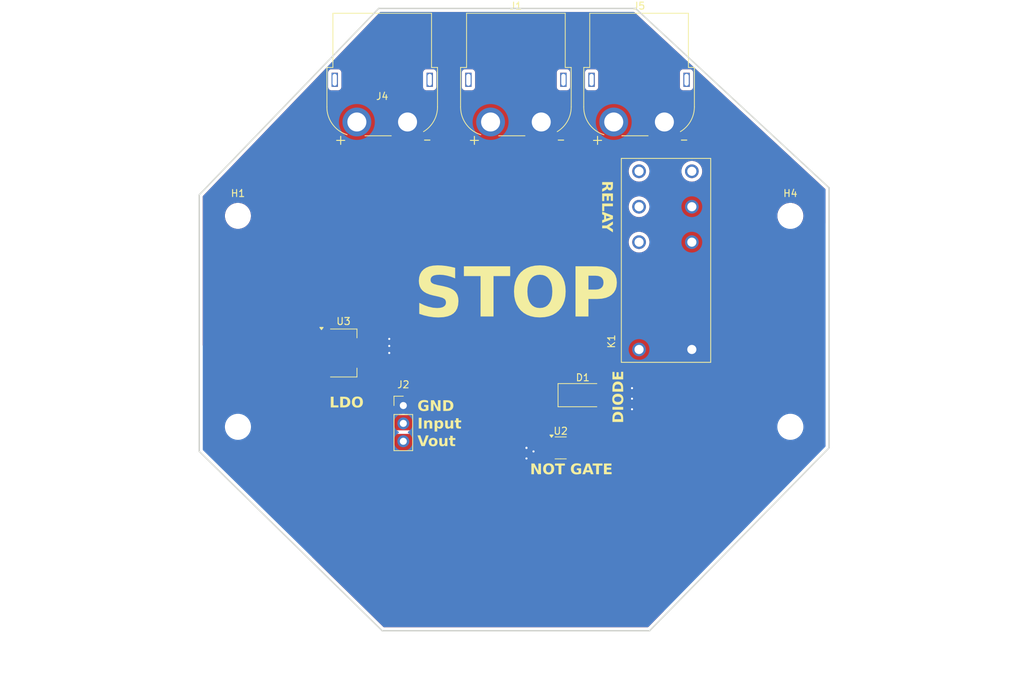
<source format=kicad_pcb>
(kicad_pcb (version 20240108) (generator "pcbnew") (generator_version "8.0")
  (layers (0 "F.Cu" signal) (31 "B.Cu" signal) (34 "B.Paste" user) (35 "F.Paste" user) (36 "B.SilkS" user "B.Silkscreen") (37 "F.SilkS" user "F.Silkscreen") (38 "B.Mask" user) (39 "F.Mask" user) (44 "Edge.Cuts" user))
  (net 0 "")
  (net 1 "/Vout")
  (net 2 "/Vin")
  (net 3 "GND")
  (net 4 "/Relay wire")
  (net 5 "Net-(D1-K)")
  (net 7 "Input")
  (footprint "MountingHole:MountingHole_2.2mm_M2" (layer "F.Cu") (at 113 87.5)
    (property "Reference" "H1" (at 0 -3.2 0) (layer "F.SilkS"))
    (property "Value" "MountingHole")
    (pad "" np_thru_hole circle (at 0 0) (size 3.2 3.2) (drill 3.2) (layers "F&B.Cu" "*.Mask"))
  )
  (footprint "Package_TO_SOT_SMD:SOT-223-3_TabPin2" (layer "F.Cu") (at 128 107)
    (property "Reference" "U3" (at 0 -4.5 0) (layer "F.SilkS"))
    (property "Value" "MCP1792x-3302xDB")
    (fp_line (start -1.85 -3.41) (end 1.91 -3.41) (stroke (width 0.12)) (layer "F.SilkS"))
    (fp_line (start -1.85 3.41) (end 1.91 3.41) (stroke (width 0.12)) (layer "F.SilkS"))
    (fp_line (start 1.91 -3.41) (end 1.91 -2.15) (stroke (width 0.12)) (layer "F.SilkS"))
    (fp_line (start 1.91 3.41) (end 1.91 2.15) (stroke (width 0.12)) (layer "F.SilkS"))
    (fp_poly (pts (xy -3.13 -3.31) (xy -3.37 -3.64) (xy -2.89 -3.64) (xy -3.13 -3.31)) (stroke (width 0.12)) (fill solid) (layer "F.SilkS"))
    (pad "1" smd roundrect (at -3.15 -2.3) (size 2 1.5) (layers "F.Cu" "F.Paste" "F.Mask") (net 2 "/Vin"))
    (pad "2" smd roundrect (at -3.15 0) (size 2 1.5) (layers "F.Cu" "F.Paste" "F.Mask") (net 3 "GND"))
    (pad "2" smd roundrect (at 3.15 0) (size 2 3.8) (layers "F.Cu" "F.Paste" "F.Mask") (net 3 "GND"))
    (pad "3" smd roundrect (at -3.15 2.3) (size 2 1.5) (layers "F.Cu" "F.Paste" "F.Mask") (net 1 "/Vout"))
  )
  (footprint "LOGO" (layer "F.Cu") (at 151.5 138.5)
    (property "Reference" "Image" (hide yes))
    (property "Value" "LOGO" (hide yes))
  )
  (footprint "MountingHole:MountingHole_2.2mm_M2" (layer "F.Cu") (at 113 117.5)
    (property "Reference" "H2" (at 0 0 0) (layer "F.SilkS"))
    (property "Value" "MountingHole_Pad")
    (pad "" np_thru_hole circle (at 0 0) (size 3.2 3.2) (drill 3.2) (layers "F&B.Cu" "*.Mask"))
  )
  (footprint "Connector_AMASS:AMASS_XT60PW-F_1x02_P7.20mm_Horizontal" (layer "F.Cu") (at 156.1 74.15)
    (property "Reference" "J1" (at -3.6 -16.5 0) (layer "F.SilkS"))
    (property "Value" "Conn_01x02_Pin")
    (fp_line (start -11.46 -7.76) (end -11.46 -2.15) (stroke (width 0.12)) (layer "F.SilkS"))
    (fp_line (start -11.46 -7.76) (end -10.61 -7.76) (stroke (width 0.12)) (layer "F.SilkS"))
    (fp_line (start -10.61 -15.46) (end -10.61 -7.76) (stroke (width 0.12)) (layer "F.SilkS"))
    (fp_line (start -10.61 -15.46) (end 3.41 -15.46) (stroke (width 0.12)) (layer "F.SilkS"))
    (fp_line (start -6.05 1.96) (end -2.31 1.96) (stroke (width 0.12)) (layer "F.SilkS"))
    (fp_line (start 3.41 -15.46) (end 3.41 -7.76) (stroke (width 0.12)) (layer "F.SilkS"))
    (fp_line (start 3.41 -7.76) (end 4.26 -7.76) (stroke (width 0.12)) (layer "F.SilkS"))
    (fp_line (start 4.26 -7.76) (end 4.26 -2.15) (stroke (width 0.12)) (layer "F.SilkS"))
    (fp_arc (start -8.5899 1.808718) (mid -10.677645 0.302568) (end -11.46 -2.15) (stroke (width 0.12)) (layer "F.SilkS"))
    (fp_arc (start 4.26 -2.15) (mid 3.727162 -0.126139) (end 2.266806 1.372958) (stroke (width 0.12)) (layer "F.SilkS"))
    (fp_text user "-" (at 2.8 2.5 0) (layer "F.SilkS"))
    (fp_text user "+" (at -9.5 2.5 0) (layer "F.SilkS") (effects (font (size 1.5 1.5))))
    (pad "" thru_hole rect (at -10.35 -6) (size 0.9 2) (drill oval 0.6 1.7) (layers "*.Cu" "*.Mask"))
    (pad "" thru_hole rect (at 3.15 -6) (size 0.9 2) (drill oval 0.6 1.7) (layers "*.Cu" "*.Mask"))
    (pad "1" thru_hole roundrect (at 0 0) (size 4.1 4.1) (drill 2.7) (layers "*.Cu" "*.Mask") (net 3 "GND"))
    (pad "2" thru_hole circle (at -7.2 0) (size 4.1 4.1) (drill 2.7) (layers "*.Cu" "*.Mask") (net 2 "/Vin"))
  )
  (footprint "RT424048:TE_7-1393243-0" (layer "F.Cu") (at 173.83 93.83 90)
    (property "Reference" "K1" (at -11.530925 -7.749645 -90) (layer "F.SilkS") (effects (font (size 1.000339 1.000339))))
    (property "Value" "7-1393243-0")
    (fp_line (start 14.5 -6.35) (end 14.5 6.35) (stroke (width 0.127)) (layer "F.SilkS"))
    (fp_line (start -14.5 -6.35) (end 14.5 -6.35) (stroke (width 0.127)) (layer "F.SilkS"))
    (fp_line (start -14.5 6.35) (end -14.5 -6.35) (stroke (width 0.127)) (layer "F.SilkS"))
    (fp_line (start -14.5 6.35) (end 14.5 6.35) (stroke (width 0.127)) (layer "F.SilkS"))
    (pad "11" thru_hole circle (at 7.63 -3.83 90) (size 1.95 1.95) (drill 1.3) (layers "*.Cu" "*.Mask"))
    (pad "12" thru_hole circle (at 2.59 -3.83 90) (size 1.95 1.95) (drill 1.3) (layers "*.Cu" "*.Mask"))
    (pad "14" thru_hole circle (at 12.67 -3.83 90) (size 1.95 1.95) (drill 1.3) (layers "*.Cu" "*.Mask"))
    (pad "21" thru_hole circle (at 7.63 3.67 90) (size 1.95 1.95) (drill 1.3) (layers "*.Cu" "*.Mask") (net 2 "/Vin"))
    (pad "22" thru_hole circle (at 2.59 3.67 90) (size 1.95 1.95) (drill 1.3) (layers "*.Cu" "*.Mask") (net 4 "/Relay wire"))
    (pad "24" thru_hole circle (at 12.67 3.67 90) (size 1.95 1.95) (drill 1.3) (layers "*.Cu" "*.Mask"))
    (pad "A1" thru_hole circle (at -12.67 -3.83 90) (size 1.95 1.95) (drill 1.3) (layers "*.Cu" "*.Mask") (net 5 "Net-(D1-K)"))
    (pad "A2" thru_hole circle (at -12.67 3.67 90) (size 1.95 1.95) (drill 1.3) (layers "*.Cu" "*.Mask") (net 3 "GND"))
  )
  (footprint "Package_TO_SOT_SMD:SOT-23-6" (layer "F.Cu") (at 158.8625 120.5)
    (property "Reference" "U2" (at 0 -2.4 0) (layer "F.SilkS"))
    (property "Value" "SN74LVC2G04")
    (fp_line (start 0 -1.56) (end -0.8 -1.56) (stroke (width 0.12)) (layer "F.SilkS"))
    (fp_line (start 0 -1.56) (end 0.8 -1.56) (stroke (width 0.12)) (layer "F.SilkS"))
    (fp_line (start 0 1.56) (end -0.8 1.56) (stroke (width 0.12)) (layer "F.SilkS"))
    (fp_line (start 0 1.56) (end 0.8 1.56) (stroke (width 0.12)) (layer "F.SilkS"))
    (fp_poly (pts (xy -1.3 -1.51) (xy -1.54 -1.84) (xy -1.06 -1.84) (xy -1.3 -1.51)) (stroke (width 0.12)) (fill solid) (layer "F.SilkS"))
    (pad "1" smd roundrect (at -1.1375 -0.95) (size 1.325 0.6) (layers "F.Cu" "F.Paste" "F.Mask") (net 7 "Input"))
    (pad "2" smd roundrect (at -1.1375 0) (size 1.325 0.6) (layers "F.Cu" "F.Paste" "F.Mask") (net 3 "GND"))
    (pad "3" smd roundrect (at -1.1375 0.95) (size 1.325 0.6) (layers "F.Cu" "F.Paste" "F.Mask") (net 3 "GND"))
    (pad "4" smd roundrect (at 1.1375 0.95) (size 1.325 0.6) (layers "F.Cu" "F.Paste" "F.Mask"))
    (pad "5" smd roundrect (at 1.1375 0) (size 1.325 0.6) (layers "F.Cu" "F.Paste" "F.Mask") (net 1 "/Vout"))
    (pad "6" smd roundrect (at 1.1375 -0.95) (size 1.325 0.6) (layers "F.Cu" "F.Paste" "F.Mask") (net 5 "Net-(D1-K)"))
  )
  (footprint "MountingHole:MountingHole_2.2mm_M2" (layer "F.Cu") (at 191.5 87.5)
    (property "Reference" "H4" (at 0 -3.2 0) (layer "F.SilkS"))
    (property "Value" "MountingHole_Pad")
    (pad "" np_thru_hole circle (at 0 0) (size 3.2 3.2) (drill 3.2) (layers "F&B.Cu" "*.Mask"))
  )
  (footprint "Connector_AMASS:AMASS_XT60PW-F_1x02_P7.20mm_Horizontal" (layer "F.Cu") (at 173.6 74.15)
    (property "Reference" "J5" (at -3.6 -16.5 0) (layer "F.SilkS"))
    (property "Value" "Conn_01x02_Pin")
    (fp_line (start -11.46 -7.76) (end -11.46 -2.15) (stroke (width 0.12)) (layer "F.SilkS"))
    (fp_line (start -11.46 -7.76) (end -10.61 -7.76) (stroke (width 0.12)) (layer "F.SilkS"))
    (fp_line (start -10.61 -15.46) (end -10.61 -7.76) (stroke (width 0.12)) (layer "F.SilkS"))
    (fp_line (start -10.61 -15.46) (end 3.41 -15.46) (stroke (width 0.12)) (layer "F.SilkS"))
    (fp_line (start -6.05 1.96) (end -2.31 1.96) (stroke (width 0.12)) (layer "F.SilkS"))
    (fp_line (start 3.41 -15.46) (end 3.41 -7.76) (stroke (width 0.12)) (layer "F.SilkS"))
    (fp_line (start 3.41 -7.76) (end 4.26 -7.76) (stroke (width 0.12)) (layer "F.SilkS"))
    (fp_line (start 4.26 -7.76) (end 4.26 -2.15) (stroke (width 0.12)) (layer "F.SilkS"))
    (fp_arc (start -8.5899 1.808718) (mid -10.677645 0.302568) (end -11.46 -2.15) (stroke (width 0.12)) (layer "F.SilkS"))
    (fp_arc (start 4.26 -2.15) (mid 3.727162 -0.126139) (end 2.266806 1.372958) (stroke (width 0.12)) (layer "F.SilkS"))
    (fp_text user "-" (at 2.8 2.5 0) (layer "F.SilkS"))
    (fp_text user "+" (at -9.5 2.5 0) (layer "F.SilkS") (effects (font (size 1.5 1.5))))
    (pad "" thru_hole rect (at -10.35 -6) (size 0.9 2) (drill oval 0.6 1.7) (layers "*.Cu" "*.Mask"))
    (pad "" thru_hole rect (at 3.15 -6) (size 0.9 2) (drill oval 0.6 1.7) (layers "*.Cu" "*.Mask"))
    (pad "1" thru_hole roundrect (at 0 0) (size 4.1 4.1) (drill 2.7) (layers "*.Cu" "*.Mask") (net 3 "GND"))
    (pad "2" thru_hole circle (at -7.2 0) (size 4.1 4.1) (drill 2.7) (layers "*.Cu" "*.Mask") (net 2 "/Vin"))
  )
  (footprint "Connector_PinHeader_2.54mm:PinHeader_1x03_P2.54mm_Vertical" (layer "F.Cu") (at 136.5 114.475)
    (property "Reference" "J2" (at 0 -2.975 180) (layer "F.SilkS"))
    (property "Value" "Conn_01x03_Pin")
    (fp_line (start -1.33 -1.33) (end 0 -1.33) (stroke (width 0.12)) (layer "F.SilkS"))
    (fp_line (start -1.33 0) (end -1.33 -1.33) (stroke (width 0.12)) (layer "F.SilkS"))
    (fp_line (start -1.33 1.27) (end -1.33 6.41) (stroke (width 0.12)) (layer "F.SilkS"))
    (fp_line (start -1.33 1.27) (end 1.33 1.27) (stroke (width 0.12)) (layer "F.SilkS"))
    (fp_line (start -1.33 6.41) (end 1.33 6.41) (stroke (width 0.12)) (layer "F.SilkS"))
    (fp_line (start 1.33 1.27) (end 1.33 6.41) (stroke (width 0.12)) (layer "F.SilkS"))
    (pad "1" thru_hole rect (at 0 0) (size 1.7 1.7) (drill 1) (layers "*.Cu" "*.Mask") (net 3 "GND"))
    (pad "2" thru_hole oval (at 0 2.54) (size 1.7 1.7) (drill 1) (layers "*.Cu" "*.Mask") (net 7 "Input"))
    (pad "3" thru_hole oval (at 0 5.08) (size 1.7 1.7) (drill 1) (layers "*.Cu" "*.Mask") (net 1 "/Vout"))
  )
  (footprint "Diode_SMD:D_SMA" (layer "F.Cu") (at 162 113)
    (property "Reference" "D1" (at 0 -2.5 0) (layer "F.SilkS"))
    (property "Value" "SB120")
    (fp_line (start -3.51 -1.65) (end -3.51 1.65) (stroke (width 0.12)) (layer "F.SilkS"))
    (fp_line (start -3.51 -1.65) (end 2 -1.65) (stroke (width 0.12)) (layer "F.SilkS"))
    (fp_line (start -3.51 1.65) (end 2 1.65) (stroke (width 0.12)) (layer "F.SilkS"))
    (pad "1" smd roundrect (at -2 0) (size 2.5 1.8) (layers "F.Cu" "F.Paste" "F.Mask") (roundrect_rratio 0.1388888889) (net 5 "Net-(D1-K)"))
    (pad "2" smd roundrect (at 2 0) (size 2.5 1.8) (layers "F.Cu" "F.Paste" "F.Mask") (roundrect_rratio 0.1388888889) (net 3 "GND"))
  )
  (footprint "Connector_AMASS:AMASS_XT60PW-F_1x02_P7.20mm_Horizontal" (layer "F.Cu") (at 137.1 74.15)
    (property "Reference" "J4" (at -3.6 -3.65 0) (layer "F.SilkS"))
    (property "Value" "Conn_01x02_Pin")
    (fp_line (start -11.46 -7.76) (end -11.46 -2.15) (stroke (width 0.12)) (layer "F.SilkS"))
    (fp_line (start -11.46 -7.76) (end -10.61 -7.76) (stroke (width 0.12)) (layer "F.SilkS"))
    (fp_line (start -10.61 -15.46) (end -10.61 -7.76) (stroke (width 0.12)) (layer "F.SilkS"))
    (fp_line (start -10.61 -15.46) (end 3.41 -15.46) (stroke (width 0.12)) (layer "F.SilkS"))
    (fp_line (start -6.05 1.96) (end -2.31 1.96) (stroke (width 0.12)) (layer "F.SilkS"))
    (fp_line (start 3.41 -15.46) (end 3.41 -7.76) (stroke (width 0.12)) (layer "F.SilkS"))
    (fp_line (start 3.41 -7.76) (end 4.26 -7.76) (stroke (width 0.12)) (layer "F.SilkS"))
    (fp_line (start 4.26 -7.76) (end 4.26 -2.15) (stroke (width 0.12)) (layer "F.SilkS"))
    (fp_arc (start -8.5899 1.808718) (mid -10.677645 0.302568) (end -11.46 -2.15) (stroke (width 0.12)) (layer "F.SilkS"))
    (fp_arc (start 4.26 -2.15) (mid 3.727162 -0.126139) (end 2.266806 1.372958) (stroke (width 0.12)) (layer "F.SilkS"))
    (fp_text user "+" (at -9.5 2.5 0) (layer "F.SilkS") (effects (font (size 1.5 1.5))))
    (fp_text user "-" (at 2.8 2.5 0) (layer "F.SilkS"))
    (pad "" thru_hole rect (at -10.35 -6) (size 0.9 2) (drill oval 0.6 1.7) (layers "*.Cu" "*.Mask"))
    (pad "" thru_hole rect (at 3.15 -6) (size 0.9 2) (drill oval 0.6 1.7) (layers "*.Cu" "*.Mask"))
    (pad "1" thru_hole roundrect (at 0 0) (size 4.1 4.1) (drill 2.7) (layers "*.Cu" "*.Mask") (net 3 "GND"))
    (pad "2" thru_hole circle (at -7.2 0) (size 4.1 4.1) (drill 2.7) (layers "*.Cu" "*.Mask") (net 4 "/Relay wire"))
  )
  (footprint "MountingHole:MountingHole_2.2mm_M2" (layer "F.Cu") (at 191.5 117.5)
    (property "Reference" "H3" (at 0 0 0) (layer "F.SilkS"))
    (property "Value" "MountingHole_Pad")
    (pad "" np_thru_hole circle (at 0 0) (size 3.2 3.2) (drill 3.2) (layers "F&B.Cu" "*.Mask"))
  )
  (gr_line (start 197 120.5) (end 171.5 146.5) (stroke (width 0.2)) (layer "Edge.Cuts"))
  (gr_line (start 169.5 58) (end 197 83.5) (stroke (width 0.2)) (layer "Edge.Cuts"))
  (gr_line (start 133 58) (end 169.5 58) (stroke (width 0.2)) (layer "Edge.Cuts"))
  (gr_line (start 171.5 146.5) (end 133.5 146.5) (stroke (width 0.2)) (layer "Edge.Cuts"))
  (gr_line (start 107.5 84.5) (end 133 58) (stroke (width 0.2)) (layer "Edge.Cuts"))
  (gr_line (start 197 83.5) (end 197 120.5) (stroke (width 0.2)) (layer "Edge.Cuts"))
  (gr_line (start 133.5 146.5) (end 107.5 121) (stroke (width 0.2)) (layer "Edge.Cuts"))
  (gr_line (start 107.5 121) (end 107.5 84.5) (stroke (width 0.2)) (layer "Edge.Cuts"))
  (gr_text "RELAY\n" (at 164.5 82.5 270) (layer "F.SilkS") (effects (font (size 1.5 1.5) (thickness 0.3) (bold yes)) (justify left bottom)))
  (gr_text "NOT GATE" (at 154.5 124.5 0) (layer "F.SilkS") (effects (font (size 1.5 1.5) (thickness 0.3) (bold yes)) (justify left bottom)))
  (gr_text "Vout" (at 138.5 120.5 0) (layer "F.SilkS") (effects (font (size 1.5 1.5) (thickness 0.3) (bold yes)) (justify left bottom)))
  (gr_text "DIODE" (at 168 117 90) (layer "F.SilkS") (effects (font (size 1.5 1.5) (thickness 0.3) (bold yes)) (justify left bottom)))
  (gr_text "Input" (at 138.5 118 0) (layer "F.SilkS") (effects (font (size 1.5 1.5) (thickness 0.3) (bold yes)) (justify left bottom)))
  (gr_text "STOP\n" (at 138 103 0) (layer "F.SilkS") (effects (font (size 7 7) (thickness 0.3) (bold yes)) (justify left bottom)))
  (gr_text "LDO\n" (at 126 115 0) (layer "F.SilkS") (effects (font (size 1.5 1.5) (thickness 0.3) (bold yes)) (justify left bottom)))
  (gr_text "GND\n" (at 138.5 115.5 0) (layer "F.SilkS") (effects (font (size 1.5 1.5) (thickness 0.3) (bold yes)) (justify left bottom)))
  (via (at 134.5 105) (size 0.6) (drill 0.3) (layers "F.Cu" "B.Cu") (net 3))
  (via (at 169 115) (size 0.6) (drill 0.3) (layers "F.Cu" "B.Cu") (net 3))
  (via (at 154 120.5) (size 0.6) (drill 0.3) (layers "F.Cu" "B.Cu") (net 3))
  (via (at 154 120.5) (size 0.6) (drill 0.3) (layers "F.Cu" "B.Cu") (net 3))
  (via (at 155 121) (size 0.6) (drill 0.3) (layers "F.Cu" "B.Cu") (net 3))
  (via (at 169 113.5) (size 0.6) (drill 0.3) (layers "F.Cu" "B.Cu") (net 3))
  (via (at 154 122) (size 0.6) (drill 0.3) (layers "F.Cu" "B.Cu") (net 3))
  (via (at 134.5 106) (size 0.6) (drill 0.3) (layers "F.Cu" "B.Cu") (net 3))
  (via (at 169 112) (size 0.6) (drill 0.3) (layers "F.Cu" "B.Cu") (net 3))
  (via (at 134.5 107) (size 0.6) (drill 0.3) (layers "F.Cu" "B.Cu") (net 3))
  (zone (net 3) (net_name "GND") (layer "F.Cu") (priority 3) (connect_pads yes (clearance 0.5)) (min_thickness 0.25) (fill yes (thermal_gap 0.5) (thermal_bridge_width 0.5))
    (polygon (pts (xy 123.5 106) (xy 123.5 108) (xy 130 108) (xy 130 109.5) (xy 138 109.5) (xy 138 103) (xy 127 103) (xy 127 106)))
  )
  (zone (net 7) (net_name "Input") (layer "F.Cu") (priority 8) (connect_pads yes (clearance 0.5)) (min_thickness 0.25) (fill yes (thermal_gap 0.5) (thermal_bridge_width 0.5))
    (polygon (pts (xy 158.5 118.5) (xy 158.5 120) (xy 154.5 119.5) (xy 153 119.5) (xy 152.5 118) (xy 135 118) (xy 135 115.5) (xy 138.5 115.5) (xy 138.5 113) (xy 155 113) (xy 155 118) (xy 156 118.5)))
  )
  (zone (net 4) (net_name "/Relay wire") (layer "F.Cu") (priority 10) (connect_pads yes (clearance 0.5)) (min_thickness 0.25) (fill yes (thermal_gap 0.5) (thermal_bridge_width 0.5))
    (polygon (pts (xy 134 71) (xy 128.5 71) (xy 125 73.5) (xy 125 98) (xy 147 98) (xy 181 98) (xy 181 89) (xy 172 89) (xy 156.5 89) (xy 156.5 84.5) (xy 134 84.5)))
  )
  (zone (net 3) (net_name "GND") (layer "F.Cu") (priority 5) (connect_pads yes (clearance 0.5)) (min_thickness 0.25) (fill yes (thermal_gap 0.5) (thermal_bridge_width 0.5))
    (polygon (pts (xy 162 116) (xy 171 116) (xy 171 110) (xy 162 110) (xy 162 111.5)))
  )
  (zone (net 5) (net_name "Net-(D1-K)") (layer "F.Cu") (priority 7) (connect_pads yes (clearance 0.5)) (min_thickness 0.25) (fill yes (thermal_gap 0.5) (thermal_bridge_width 0.5))
    (polygon (pts (xy 161.5 119.5) (xy 160.5 120) (xy 159 120) (xy 159 118) (xy 155.5 118) (xy 155.5 104) (xy 172 104) (xy 172 109.5) (xy 161.5 109.5)))
  )
  (zone (net 1) (net_name "/Vout") (layer "F.Cu") (priority 6) (connect_pads yes (clearance 0.5)) (min_thickness 0.25) (fill yes (thermal_gap 0.5) (thermal_bridge_width 0.5))
    (polygon (pts (xy 159 121) (xy 159 120) (xy 174 120) (xy 173.5 146.5) (xy 133.5 146) (xy 123.5 136) (xy 123.5 114.5) (xy 123.5 108) (xy 127 108) (xy 130 108) (xy 130 118.5) (xy 152.5 118.5) (xy 152.5 123.5) (xy 161.5 123.5) (xy 161.5 121)))
  )
  (zone (net 2) (net_name "/Vin") (layer "F.Cu") (priority 2) (connect_pads yes (clearance 0.5)) (min_thickness 0.25) (fill yes (thermal_gap 0.5) (thermal_bridge_width 0.5))
    (polygon (pts (xy 126.5 106) (xy 123 106) (xy 122.5 106) (xy 107.637523 106) (xy 107.637523 84.651201) (xy 133.137523 58.151201) (xy 169.637523 58.151201) (xy 197.137523 83.651201) (xy 197.137523 88.651201) (xy 157.137523 88.651201) (xy 157.137523 84.151201) (xy 134.637523 84.151201) (xy 134.637523 70.651201) (xy 128.637523 70.651201) (xy 124.637523 73.151201) (xy 124.5 98.5) (xy 126.5 98.5)))
  )
  (zone (net 3) (net_name "GND") (layer "F.Cu") (connect_pads yes (clearance 0.5)) (min_thickness 0.25) (fill yes (thermal_gap 0.5) (thermal_bridge_width 0.5))
    (polygon (pts (xy 158.5 120) (xy 158.5 122.5) (xy 153 122.5) (xy 153 120) (xy 156 120)))
  )
  (zone (net 3) (net_name "GND") (layer "B.Cu") (priority 1) (connect_pads yes (clearance 0.5)) (min_thickness 0.25) (fill yes (thermal_gap 0.5) (thermal_bridge_width 0.5))
    (polygon (pts (xy 101.992753 60.442175) (xy 104 152.5) (xy 204 152) (xy 201.992753 57.442175) (xy 102.492753 56.942175)))
  )
)
</source>
